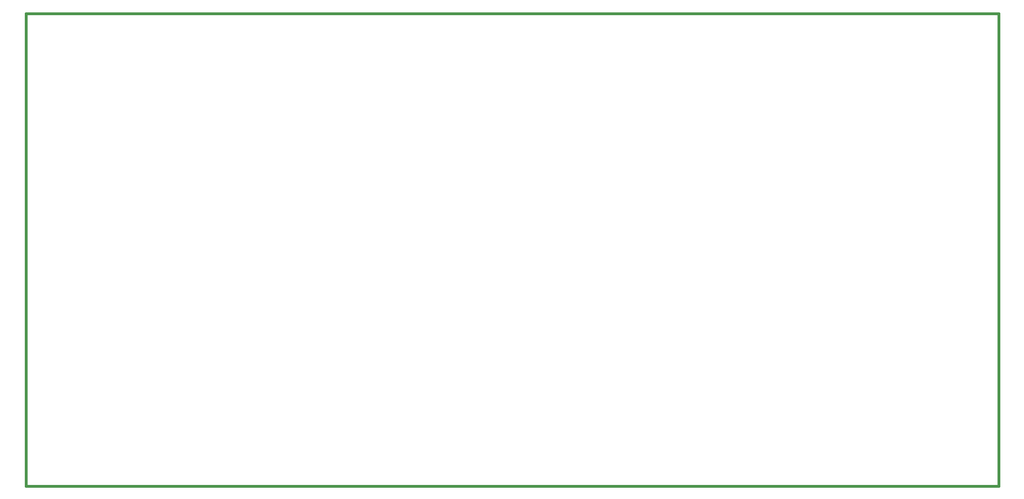
<source format=gbr>
G04 (created by PCBNEW-RS274X (2011-03-30 BZR 2932)-stable) date 18/05/2011 11:49:28 p.m.*
G01*
G70*
G90*
%MOIN*%
G04 Gerber Fmt 3.4, Leading zero omitted, Abs format*
%FSLAX34Y34*%
G04 APERTURE LIST*
%ADD10C,0.006000*%
%ADD11C,0.015000*%
G04 APERTURE END LIST*
G54D10*
G54D11*
X31700Y-37350D02*
X32100Y-37350D01*
X31700Y-09350D02*
X31700Y-37350D01*
X60150Y-09350D02*
X31700Y-09350D01*
X59350Y-37350D02*
X32100Y-37350D01*
X89250Y-37350D02*
X89250Y-36950D01*
X59350Y-37350D02*
X89250Y-37350D01*
X89250Y-09350D02*
X89250Y-36950D01*
X60150Y-09350D02*
X89250Y-09350D01*
M02*

</source>
